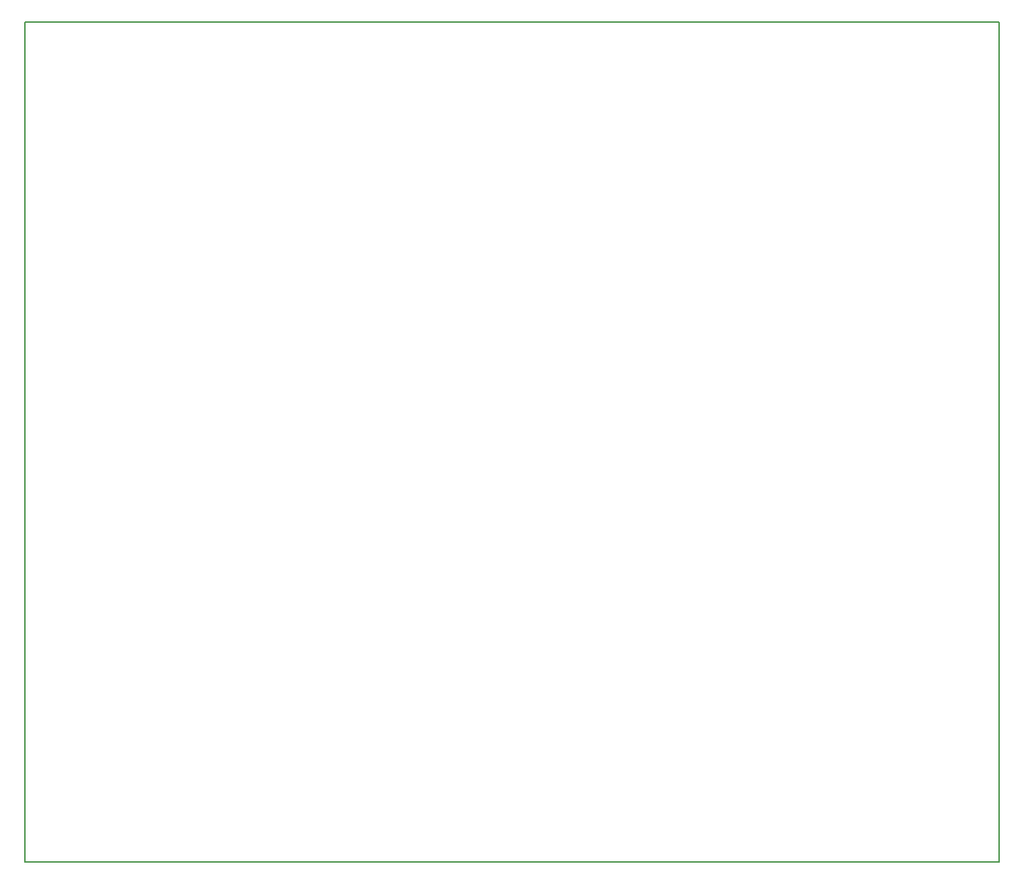
<source format=gbr>
%FSLAX34Y34*%
%MOMM*%
%LNOUTLINE*%
G71*
G01*
%ADD10C,0.200*%
%LPD*%
G54D10*
X31750Y-44450D02*
X31750Y955675D01*
X1190625Y955675D01*
X1190625Y-44450D01*
X31750Y-44450D01*
M02*

</source>
